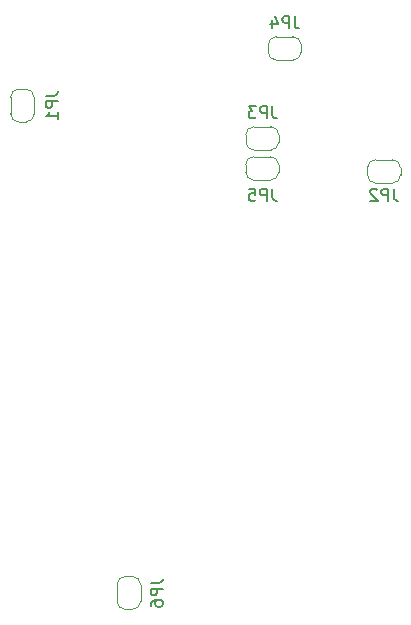
<source format=gbo>
G04 #@! TF.GenerationSoftware,KiCad,Pcbnew,5.1.5+dfsg1-2build2*
G04 #@! TF.CreationDate,2022-10-30T21:07:11+01:00*
G04 #@! TF.ProjectId,basicHiveSensor,62617369-6348-4697-9665-53656e736f72,rev?*
G04 #@! TF.SameCoordinates,Original*
G04 #@! TF.FileFunction,Legend,Bot*
G04 #@! TF.FilePolarity,Positive*
%FSLAX46Y46*%
G04 Gerber Fmt 4.6, Leading zero omitted, Abs format (unit mm)*
G04 Created by KiCad (PCBNEW 5.1.5+dfsg1-2build2) date 2022-10-30 21:07:11*
%MOMM*%
%LPD*%
G04 APERTURE LIST*
%ADD10C,0.120000*%
%ADD11C,0.150000*%
G04 APERTURE END LIST*
D10*
X39100000Y-102315000D02*
X39100000Y-100915000D01*
X38400000Y-100215000D02*
X37800000Y-100215000D01*
X37100000Y-100915000D02*
X37100000Y-102315000D01*
X37800000Y-103015000D02*
X38400000Y-103015000D01*
X38400000Y-103015000D02*
G75*
G03X39100000Y-102315000I0J700000D01*
G01*
X37100000Y-102315000D02*
G75*
G03X37800000Y-103015000I700000J0D01*
G01*
X37800000Y-100215000D02*
G75*
G03X37100000Y-100915000I0J-700000D01*
G01*
X39100000Y-100915000D02*
G75*
G03X38400000Y-100215000I-700000J0D01*
G01*
X48117000Y-143575000D02*
X48117000Y-142175000D01*
X47417000Y-141475000D02*
X46817000Y-141475000D01*
X46117000Y-142175000D02*
X46117000Y-143575000D01*
X46817000Y-144275000D02*
X47417000Y-144275000D01*
X47417000Y-144275000D02*
G75*
G03X48117000Y-143575000I0J700000D01*
G01*
X46117000Y-143575000D02*
G75*
G03X46817000Y-144275000I700000J0D01*
G01*
X46817000Y-141475000D02*
G75*
G03X46117000Y-142175000I0J-700000D01*
G01*
X48117000Y-142175000D02*
G75*
G03X47417000Y-141475000I-700000J0D01*
G01*
X59105000Y-105934000D02*
X57705000Y-105934000D01*
X57005000Y-106634000D02*
X57005000Y-107234000D01*
X57705000Y-107934000D02*
X59105000Y-107934000D01*
X59805000Y-107234000D02*
X59805000Y-106634000D01*
X59805000Y-106634000D02*
G75*
G03X59105000Y-105934000I-700000J0D01*
G01*
X59105000Y-107934000D02*
G75*
G03X59805000Y-107234000I0J700000D01*
G01*
X57005000Y-107234000D02*
G75*
G03X57705000Y-107934000I700000J0D01*
G01*
X57705000Y-105934000D02*
G75*
G03X57005000Y-106634000I0J-700000D01*
G01*
X61010000Y-95774000D02*
X59610000Y-95774000D01*
X58910000Y-96474000D02*
X58910000Y-97074000D01*
X59610000Y-97774000D02*
X61010000Y-97774000D01*
X61710000Y-97074000D02*
X61710000Y-96474000D01*
X61710000Y-96474000D02*
G75*
G03X61010000Y-95774000I-700000J0D01*
G01*
X61010000Y-97774000D02*
G75*
G03X61710000Y-97074000I0J700000D01*
G01*
X58910000Y-97074000D02*
G75*
G03X59610000Y-97774000I700000J0D01*
G01*
X59610000Y-95774000D02*
G75*
G03X58910000Y-96474000I0J-700000D01*
G01*
X57720000Y-105394000D02*
X59120000Y-105394000D01*
X59820000Y-104694000D02*
X59820000Y-104094000D01*
X59120000Y-103394000D02*
X57720000Y-103394000D01*
X57020000Y-104094000D02*
X57020000Y-104694000D01*
X57020000Y-104694000D02*
G75*
G03X57720000Y-105394000I700000J0D01*
G01*
X57720000Y-103394000D02*
G75*
G03X57020000Y-104094000I0J-700000D01*
G01*
X59820000Y-104094000D02*
G75*
G03X59120000Y-103394000I-700000J0D01*
G01*
X59120000Y-105394000D02*
G75*
G03X59820000Y-104694000I0J700000D01*
G01*
X69422000Y-106188000D02*
X68022000Y-106188000D01*
X67322000Y-106888000D02*
X67322000Y-107488000D01*
X68022000Y-108188000D02*
X69422000Y-108188000D01*
X70122000Y-107488000D02*
X70122000Y-106888000D01*
X70122000Y-106888000D02*
G75*
G03X69422000Y-106188000I-700000J0D01*
G01*
X69422000Y-108188000D02*
G75*
G03X70122000Y-107488000I0J700000D01*
G01*
X67322000Y-107488000D02*
G75*
G03X68022000Y-108188000I700000J0D01*
G01*
X68022000Y-106188000D02*
G75*
G03X67322000Y-106888000I0J-700000D01*
G01*
D11*
X40092380Y-100766666D02*
X40806666Y-100766666D01*
X40949523Y-100719047D01*
X41044761Y-100623809D01*
X41092380Y-100480952D01*
X41092380Y-100385714D01*
X41092380Y-101242857D02*
X40092380Y-101242857D01*
X40092380Y-101623809D01*
X40140000Y-101719047D01*
X40187619Y-101766666D01*
X40282857Y-101814285D01*
X40425714Y-101814285D01*
X40520952Y-101766666D01*
X40568571Y-101719047D01*
X40616190Y-101623809D01*
X40616190Y-101242857D01*
X41092380Y-102766666D02*
X41092380Y-102195238D01*
X41092380Y-102480952D02*
X40092380Y-102480952D01*
X40235238Y-102385714D01*
X40330476Y-102290476D01*
X40378095Y-102195238D01*
X48982380Y-142041666D02*
X49696666Y-142041666D01*
X49839523Y-141994047D01*
X49934761Y-141898809D01*
X49982380Y-141755952D01*
X49982380Y-141660714D01*
X49982380Y-142517857D02*
X48982380Y-142517857D01*
X48982380Y-142898809D01*
X49030000Y-142994047D01*
X49077619Y-143041666D01*
X49172857Y-143089285D01*
X49315714Y-143089285D01*
X49410952Y-143041666D01*
X49458571Y-142994047D01*
X49506190Y-142898809D01*
X49506190Y-142517857D01*
X48982380Y-143946428D02*
X48982380Y-143755952D01*
X49030000Y-143660714D01*
X49077619Y-143613095D01*
X49220476Y-143517857D01*
X49410952Y-143470238D01*
X49791904Y-143470238D01*
X49887142Y-143517857D01*
X49934761Y-143565476D01*
X49982380Y-143660714D01*
X49982380Y-143851190D01*
X49934761Y-143946428D01*
X49887142Y-143994047D01*
X49791904Y-144041666D01*
X49553809Y-144041666D01*
X49458571Y-143994047D01*
X49410952Y-143946428D01*
X49363333Y-143851190D01*
X49363333Y-143660714D01*
X49410952Y-143565476D01*
X49458571Y-143517857D01*
X49553809Y-143470238D01*
X59253333Y-108672380D02*
X59253333Y-109386666D01*
X59300952Y-109529523D01*
X59396190Y-109624761D01*
X59539047Y-109672380D01*
X59634285Y-109672380D01*
X58777142Y-109672380D02*
X58777142Y-108672380D01*
X58396190Y-108672380D01*
X58300952Y-108720000D01*
X58253333Y-108767619D01*
X58205714Y-108862857D01*
X58205714Y-109005714D01*
X58253333Y-109100952D01*
X58300952Y-109148571D01*
X58396190Y-109196190D01*
X58777142Y-109196190D01*
X57300952Y-108672380D02*
X57777142Y-108672380D01*
X57824761Y-109148571D01*
X57777142Y-109100952D01*
X57681904Y-109053333D01*
X57443809Y-109053333D01*
X57348571Y-109100952D01*
X57300952Y-109148571D01*
X57253333Y-109243809D01*
X57253333Y-109481904D01*
X57300952Y-109577142D01*
X57348571Y-109624761D01*
X57443809Y-109672380D01*
X57681904Y-109672380D01*
X57777142Y-109624761D01*
X57824761Y-109577142D01*
X61158333Y-94067380D02*
X61158333Y-94781666D01*
X61205952Y-94924523D01*
X61301190Y-95019761D01*
X61444047Y-95067380D01*
X61539285Y-95067380D01*
X60682142Y-95067380D02*
X60682142Y-94067380D01*
X60301190Y-94067380D01*
X60205952Y-94115000D01*
X60158333Y-94162619D01*
X60110714Y-94257857D01*
X60110714Y-94400714D01*
X60158333Y-94495952D01*
X60205952Y-94543571D01*
X60301190Y-94591190D01*
X60682142Y-94591190D01*
X59253571Y-94400714D02*
X59253571Y-95067380D01*
X59491666Y-94019761D02*
X59729761Y-94734047D01*
X59110714Y-94734047D01*
X59253333Y-101687380D02*
X59253333Y-102401666D01*
X59300952Y-102544523D01*
X59396190Y-102639761D01*
X59539047Y-102687380D01*
X59634285Y-102687380D01*
X58777142Y-102687380D02*
X58777142Y-101687380D01*
X58396190Y-101687380D01*
X58300952Y-101735000D01*
X58253333Y-101782619D01*
X58205714Y-101877857D01*
X58205714Y-102020714D01*
X58253333Y-102115952D01*
X58300952Y-102163571D01*
X58396190Y-102211190D01*
X58777142Y-102211190D01*
X57872380Y-101687380D02*
X57253333Y-101687380D01*
X57586666Y-102068333D01*
X57443809Y-102068333D01*
X57348571Y-102115952D01*
X57300952Y-102163571D01*
X57253333Y-102258809D01*
X57253333Y-102496904D01*
X57300952Y-102592142D01*
X57348571Y-102639761D01*
X57443809Y-102687380D01*
X57729523Y-102687380D01*
X57824761Y-102639761D01*
X57872380Y-102592142D01*
X69555333Y-108672380D02*
X69555333Y-109386666D01*
X69602952Y-109529523D01*
X69698190Y-109624761D01*
X69841047Y-109672380D01*
X69936285Y-109672380D01*
X69079142Y-109672380D02*
X69079142Y-108672380D01*
X68698190Y-108672380D01*
X68602952Y-108720000D01*
X68555333Y-108767619D01*
X68507714Y-108862857D01*
X68507714Y-109005714D01*
X68555333Y-109100952D01*
X68602952Y-109148571D01*
X68698190Y-109196190D01*
X69079142Y-109196190D01*
X68126761Y-108767619D02*
X68079142Y-108720000D01*
X67983904Y-108672380D01*
X67745809Y-108672380D01*
X67650571Y-108720000D01*
X67602952Y-108767619D01*
X67555333Y-108862857D01*
X67555333Y-108958095D01*
X67602952Y-109100952D01*
X68174380Y-109672380D01*
X67555333Y-109672380D01*
M02*

</source>
